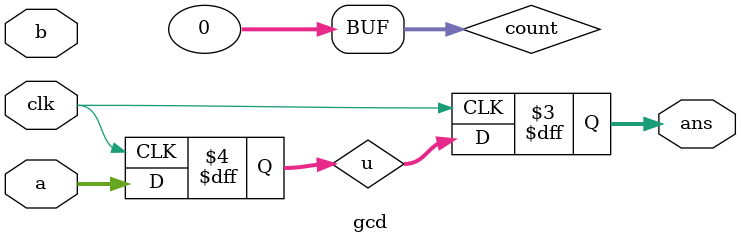
<source format=v>
module gcd(ans,clk,a,b);
input [7:0] a;
input [7:0] b;
input clk;
output reg [7:0] ans;
integer count=0;
reg [7:0] u;
reg [7:0] v;
always @(posedge clk) begin
u<=a;
v<=b;
// while (u != v) begin
//     if (u[0] == 0 && v[0] == 0) begin
//         u<=u>>1;
//         v<=v>>1;
//         count=count+1;
//     end
//     else if (u[0]==1 && v[0]==1) begin
//         v<=v>>1;
//     end
//     else if (u[0]==0 && v[0]==1) begin
//         u<=u>>1;
//     end
//     else begin
//         if (u>=v) begin
//             u<=(u-v)>>1;
//         end
//         else begin
//             v<=(v-u)>>1;
//         end
//     end
// end

// while (count>0) begin
//     u<=u<<1;
//     count=count-1;
// end

ans<=u;
end
endmodule
</source>
